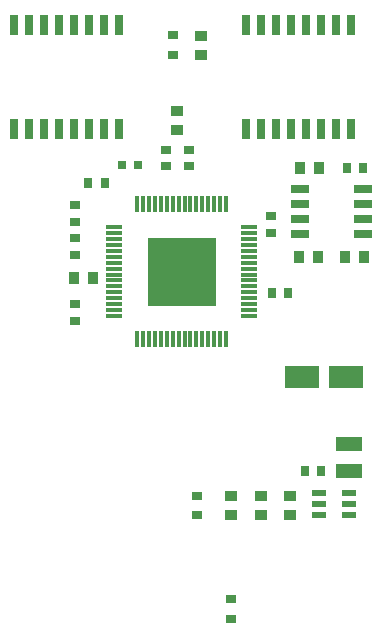
<source format=gtp>
G04 #@! TF.GenerationSoftware,KiCad,Pcbnew,(5.1.5)-3*
G04 #@! TF.CreationDate,2020-07-08T18:31:05-03:00*
G04 #@! TF.ProjectId,EEN60002020,45454e36-3030-4303-9230-32302e6b6963,rev?*
G04 #@! TF.SameCoordinates,Original*
G04 #@! TF.FileFunction,Paste,Top*
G04 #@! TF.FilePolarity,Positive*
%FSLAX46Y46*%
G04 Gerber Fmt 4.6, Leading zero omitted, Abs format (unit mm)*
G04 Created by KiCad (PCBNEW (5.1.5)-3) date 2020-07-08 18:31:05*
%MOMM*%
%LPD*%
G04 APERTURE LIST*
%ADD10R,0.750000X0.940000*%
%ADD11R,0.900000X1.000000*%
%ADD12R,1.000000X0.900000*%
%ADD13R,0.939800X0.762000*%
%ADD14R,2.200000X1.150000*%
%ADD15R,0.650000X0.700000*%
%ADD16R,0.940000X0.750000*%
%ADD17R,1.200000X0.600000*%
%ADD18R,3.000000X1.850000*%
%ADD19R,1.475000X0.300000*%
%ADD20R,0.300000X1.475000*%
%ADD21R,5.750000X5.750000*%
%ADD22R,0.760000X1.700000*%
%ADD23R,1.500000X0.650000*%
G04 APERTURE END LIST*
D10*
X145251400Y-87731600D03*
X143851400Y-87731600D03*
X159383500Y-97028000D03*
X160783500Y-97028000D03*
D11*
X161760000Y-86487000D03*
X163360000Y-86487000D03*
X144297300Y-95783400D03*
X142697300Y-95783400D03*
D12*
X151409400Y-83223000D03*
X151409400Y-81623000D03*
D11*
X165570000Y-93980000D03*
X167170000Y-93980000D03*
X163347300Y-93980000D03*
X161747300Y-93980000D03*
D12*
X155956000Y-114262000D03*
X155956000Y-115862000D03*
X160909000Y-114262000D03*
X160909000Y-115862000D03*
X158496000Y-115862000D03*
X158496000Y-114262000D03*
D13*
X155956000Y-123012200D03*
X155956000Y-124688600D03*
X153035000Y-114223800D03*
X153035000Y-115900200D03*
D12*
X153416000Y-76873000D03*
X153416000Y-75273000D03*
D13*
X151003000Y-76911200D03*
X151003000Y-75234800D03*
D14*
X165925500Y-112173400D03*
X165925500Y-109873400D03*
D15*
X148096600Y-86233000D03*
X146746600Y-86233000D03*
D16*
X142722600Y-98004400D03*
X142722600Y-99404400D03*
X159334200Y-91987600D03*
X159334200Y-90587600D03*
X142722600Y-92441800D03*
X142722600Y-93841800D03*
X150431500Y-86319000D03*
X150431500Y-84919000D03*
D10*
X167157400Y-86487000D03*
X165757400Y-86487000D03*
D16*
X142722600Y-91047800D03*
X142722600Y-89647800D03*
X152400000Y-86319000D03*
X152400000Y-84919000D03*
D10*
X163577500Y-112166400D03*
X162177500Y-112166400D03*
D17*
X163405500Y-113985000D03*
X163405500Y-114935000D03*
X163405500Y-115885000D03*
X165905500Y-115885000D03*
X165905500Y-114935000D03*
X165905500Y-113985000D03*
D18*
X165680000Y-104140000D03*
X161980000Y-104140000D03*
D19*
X146027000Y-91500000D03*
X146027000Y-92000000D03*
X146027000Y-92500000D03*
X146027000Y-93000000D03*
X146027000Y-93500000D03*
X146027000Y-94000000D03*
X146027000Y-94500000D03*
X146027000Y-95000000D03*
X146027000Y-95500000D03*
X146027000Y-96000000D03*
X146027000Y-96500000D03*
X146027000Y-97000000D03*
X146027000Y-97500000D03*
X146027000Y-98000000D03*
X146027000Y-98500000D03*
X146027000Y-99000000D03*
D20*
X148015000Y-100988000D03*
X148515000Y-100988000D03*
X149015000Y-100988000D03*
X149515000Y-100988000D03*
X150015000Y-100988000D03*
X150515000Y-100988000D03*
X151015000Y-100988000D03*
X151515000Y-100988000D03*
X152015000Y-100988000D03*
X152515000Y-100988000D03*
X153015000Y-100988000D03*
X153515000Y-100988000D03*
X154015000Y-100988000D03*
X154515000Y-100988000D03*
X155015000Y-100988000D03*
X155515000Y-100988000D03*
D19*
X157503000Y-99000000D03*
X157503000Y-98500000D03*
X157503000Y-98000000D03*
X157503000Y-97500000D03*
X157503000Y-97000000D03*
X157503000Y-96500000D03*
X157503000Y-96000000D03*
X157503000Y-95500000D03*
X157503000Y-95000000D03*
X157503000Y-94500000D03*
X157503000Y-94000000D03*
X157503000Y-93500000D03*
X157503000Y-93000000D03*
X157503000Y-92500000D03*
X157503000Y-92000000D03*
X157503000Y-91500000D03*
D20*
X155515000Y-89512000D03*
X155015000Y-89512000D03*
X154515000Y-89512000D03*
X154015000Y-89512000D03*
X153515000Y-89512000D03*
X153015000Y-89512000D03*
X152515000Y-89512000D03*
X152015000Y-89512000D03*
X151515000Y-89512000D03*
X151015000Y-89512000D03*
X150515000Y-89512000D03*
X150015000Y-89512000D03*
X149515000Y-89512000D03*
X149015000Y-89512000D03*
X148515000Y-89512000D03*
X148015000Y-89512000D03*
D21*
X151765000Y-95250000D03*
D22*
X162306000Y-74340000D03*
X157226000Y-74340000D03*
X161036000Y-74340000D03*
X164846000Y-74340000D03*
X158496000Y-74340000D03*
X166116000Y-74340000D03*
X163576000Y-74340000D03*
X159766000Y-74340000D03*
X166116000Y-83140000D03*
X163576000Y-83140000D03*
X162306000Y-83140000D03*
X164846000Y-83140000D03*
X161036000Y-83140000D03*
X159766000Y-83140000D03*
X158496000Y-83140000D03*
X157226000Y-83140000D03*
X142621000Y-74340000D03*
X137541000Y-74340000D03*
X141351000Y-74340000D03*
X145161000Y-74340000D03*
X138811000Y-74340000D03*
X146431000Y-74340000D03*
X143891000Y-74340000D03*
X140081000Y-74340000D03*
X146431000Y-83140000D03*
X143891000Y-83140000D03*
X142621000Y-83140000D03*
X145161000Y-83140000D03*
X141351000Y-83140000D03*
X140081000Y-83140000D03*
X138811000Y-83140000D03*
X137541000Y-83140000D03*
D23*
X161765000Y-88265000D03*
X161765000Y-89535000D03*
X161765000Y-90805000D03*
X161765000Y-92075000D03*
X167165000Y-92075000D03*
X167165000Y-90805000D03*
X167165000Y-89535000D03*
X167165000Y-88265000D03*
M02*

</source>
